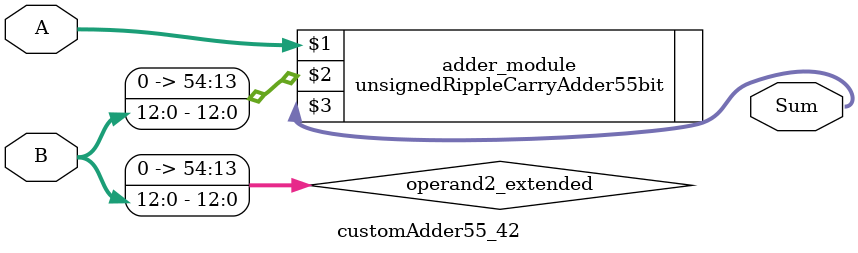
<source format=v>
module customAdder55_42(
                        input [54 : 0] A,
                        input [12 : 0] B,
                        
                        output [55 : 0] Sum
                );

        wire [54 : 0] operand2_extended;
        
        assign operand2_extended =  {42'b0, B};
        
        unsignedRippleCarryAdder55bit adder_module(
            A,
            operand2_extended,
            Sum
        );
        
        endmodule
        
</source>
